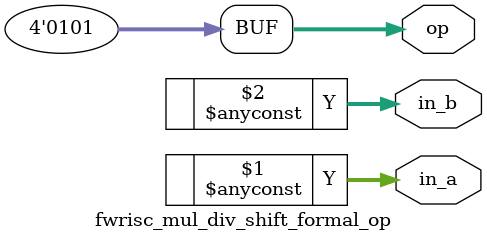
<source format=sv>

module fwrisc_mul_div_shift_formal_op(
		output[31:0]		in_a,
		output[31:0]		in_b,
		output[3:0]			op
		);
	
assign op = 4'b0101; // muls
//assign in_a = 32'd2;
//assign in_b = 32'd2;
assign in_a = $anyconst;
assign in_b = $anyconst;

endmodule
</source>
